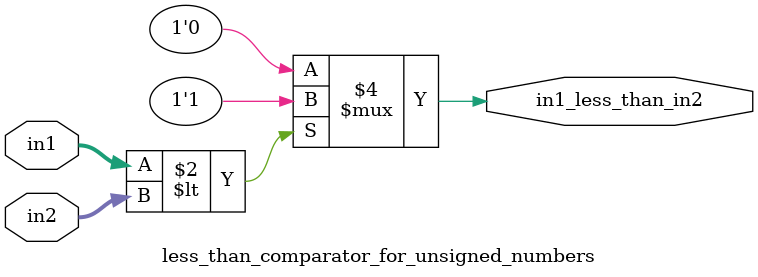
<source format=sv>
`timescale 1ns / 1ps


module less_than_comparator_for_unsigned_numbers(
    input logic [2:0] in1,
    input logic [2:0] in2,
    output logic in1_less_than_in2
    );
    always_comb begin
        if(in1 < in2) begin
            in1_less_than_in2 = 1;
        end
        else begin
            in1_less_than_in2 = 0;
        end
    end
endmodule

</source>
